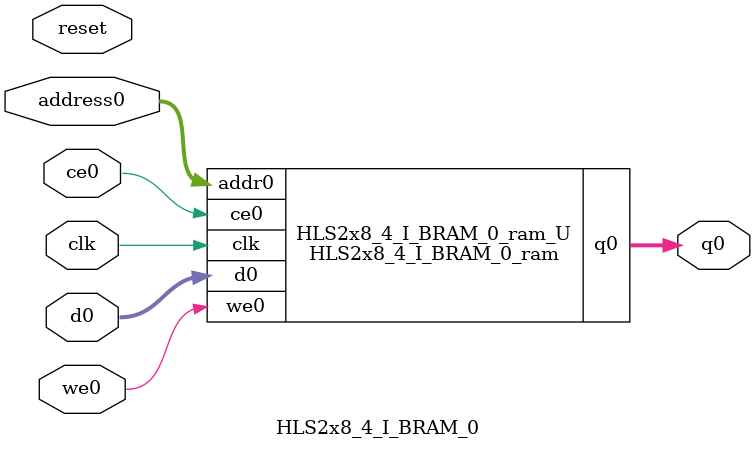
<source format=v>

`timescale 1 ns / 1 ps
module HLS2x8_4_I_BRAM_0_ram (addr0, ce0, d0, we0, q0,  clk);

parameter DWIDTH = 16;
parameter AWIDTH = 8;
parameter MEM_SIZE = 225;

input[AWIDTH-1:0] addr0;
input ce0;
input[DWIDTH-1:0] d0;
input we0;
output reg[DWIDTH-1:0] q0;
input clk;

(* ram_style = "block" *)reg [DWIDTH-1:0] ram[0:MEM_SIZE-1];




always @(posedge clk)  
begin 
    if (ce0) 
    begin
        if (we0) 
        begin 
            ram[addr0] <= d0; 
            q0 <= d0;
        end 
        else 
            q0 <= ram[addr0];
    end
end


endmodule


`timescale 1 ns / 1 ps
module HLS2x8_4_I_BRAM_0(
    reset,
    clk,
    address0,
    ce0,
    we0,
    d0,
    q0);

parameter DataWidth = 32'd16;
parameter AddressRange = 32'd225;
parameter AddressWidth = 32'd8;
input reset;
input clk;
input[AddressWidth - 1:0] address0;
input ce0;
input we0;
input[DataWidth - 1:0] d0;
output[DataWidth - 1:0] q0;



HLS2x8_4_I_BRAM_0_ram HLS2x8_4_I_BRAM_0_ram_U(
    .clk( clk ),
    .addr0( address0 ),
    .ce0( ce0 ),
    .d0( d0 ),
    .we0( we0 ),
    .q0( q0 ));

endmodule


</source>
